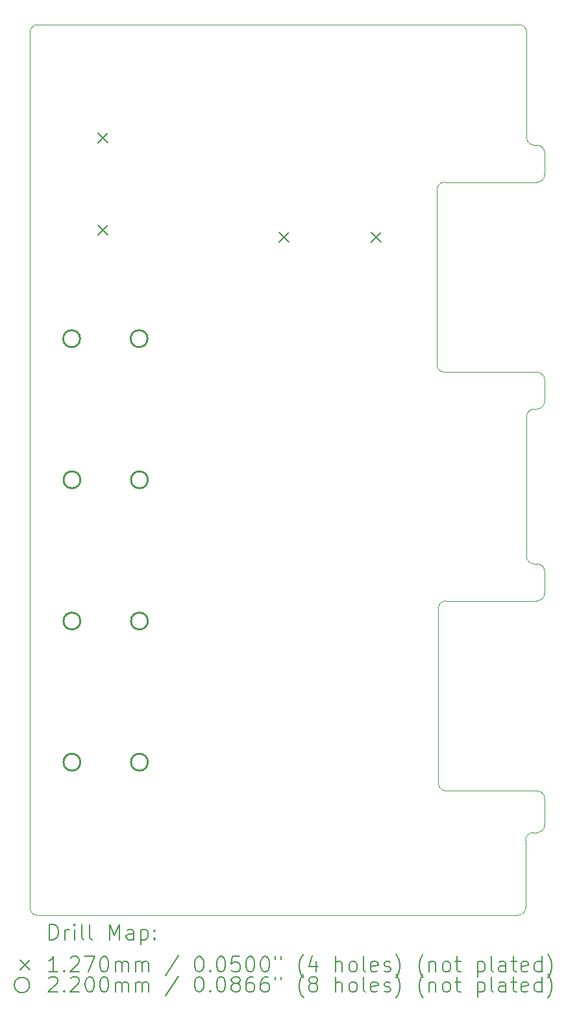
<source format=gbr>
%TF.GenerationSoftware,KiCad,Pcbnew,7.0.9*%
%TF.CreationDate,2023-12-28T16:55:38-08:00*%
%TF.ProjectId,breadboard audio breakout,62726561-6462-46f6-9172-642061756469,rev?*%
%TF.SameCoordinates,Original*%
%TF.FileFunction,Drillmap*%
%TF.FilePolarity,Positive*%
%FSLAX45Y45*%
G04 Gerber Fmt 4.5, Leading zero omitted, Abs format (unit mm)*
G04 Created by KiCad (PCBNEW 7.0.9) date 2023-12-28 16:55:38*
%MOMM*%
%LPD*%
G01*
G04 APERTURE LIST*
%ADD10C,0.100000*%
%ADD11C,0.200000*%
%ADD12C,0.127000*%
%ADD13C,0.220000*%
G04 APERTURE END LIST*
D10*
X12131040Y-6756400D02*
X13337540Y-6756400D01*
X13337540Y-14696440D02*
X12148820Y-14696440D01*
X13337540Y-12217400D02*
G75*
G03*
X13436600Y-12118340I0J99060D01*
G01*
X13337540Y-15240000D02*
G75*
G03*
X13436600Y-15140940I0J99060D01*
G01*
X13337540Y-9235440D02*
X12131040Y-9235440D01*
X6723380Y-4802066D02*
X6723380Y-4810760D01*
X13286740Y-15240000D02*
X13337540Y-15240000D01*
X13337540Y-6273800D02*
X13301980Y-6273800D01*
X12148820Y-12217400D02*
G75*
G03*
X12049760Y-12316460I0J-99060D01*
G01*
X6822440Y-16319500D02*
X13088620Y-16319500D01*
X13299440Y-9715500D02*
G75*
G03*
X13200380Y-9814560I0J-99060D01*
G01*
X13337540Y-6756400D02*
G75*
G03*
X13436600Y-6657340I0J99060D01*
G01*
X13436600Y-9334500D02*
G75*
G03*
X13337540Y-9235440I-99060J0D01*
G01*
X13187680Y-16220440D02*
X13187680Y-15339060D01*
X13337540Y-9715500D02*
G75*
G03*
X13436600Y-9616440I0J99060D01*
G01*
X12049760Y-14597380D02*
X12049760Y-12316460D01*
X12031980Y-9136380D02*
X12031980Y-6855460D01*
X13436600Y-15140940D02*
X13436600Y-14795500D01*
X13202920Y-6174740D02*
X13202920Y-4810760D01*
X13299440Y-9715500D02*
X13337540Y-9715500D01*
X13337540Y-11734800D02*
X13299440Y-11734800D01*
X13436600Y-9616440D02*
X13436600Y-9334500D01*
X13286740Y-15240000D02*
G75*
G03*
X13187680Y-15339060I0J-99060D01*
G01*
X13436600Y-6657340D02*
X13436600Y-6372860D01*
X6723380Y-16220440D02*
G75*
G03*
X6822440Y-16319500I99060J0D01*
G01*
X6723380Y-4810760D02*
X6723380Y-16220440D01*
X13202924Y-4802066D02*
G75*
G03*
X13103860Y-4703006I-99064J-4D01*
G01*
X12031980Y-9136380D02*
G75*
G03*
X12131040Y-9235440I99060J0D01*
G01*
X12148820Y-12217400D02*
X13337540Y-12217400D01*
X13200380Y-11635740D02*
X13200380Y-9814560D01*
X6822440Y-4703010D02*
G75*
G03*
X6723380Y-4802066I0J-99060D01*
G01*
X12049760Y-14597380D02*
G75*
G03*
X12148820Y-14696440I99060J0D01*
G01*
X13436600Y-6372860D02*
G75*
G03*
X13337540Y-6273800I-99060J0D01*
G01*
X13202920Y-4802066D02*
X13202920Y-4810760D01*
X13103860Y-4703006D02*
X6822440Y-4703006D01*
X12131040Y-6756400D02*
G75*
G03*
X12031980Y-6855460I0J-99060D01*
G01*
X13200380Y-11635740D02*
G75*
G03*
X13299440Y-11734800I99060J0D01*
G01*
X13436600Y-11833860D02*
G75*
G03*
X13337540Y-11734800I-99060J0D01*
G01*
X13436600Y-14795500D02*
G75*
G03*
X13337540Y-14696440I-99060J0D01*
G01*
X13202920Y-6174740D02*
G75*
G03*
X13301980Y-6273800I99060J0D01*
G01*
X13436600Y-12118340D02*
X13436600Y-11833860D01*
X13088620Y-16319500D02*
G75*
G03*
X13187680Y-16220440I0J99060D01*
G01*
D11*
D12*
X7609000Y-6120050D02*
X7736000Y-6247050D01*
X7736000Y-6120050D02*
X7609000Y-6247050D01*
X7609000Y-7320048D02*
X7736000Y-7447048D01*
X7736000Y-7320048D02*
X7609000Y-7447048D01*
X9971202Y-7409600D02*
X10098202Y-7536600D01*
X10098202Y-7409600D02*
X9971202Y-7536600D01*
X11171200Y-7409600D02*
X11298200Y-7536600D01*
X11298200Y-7409600D02*
X11171200Y-7536600D01*
D13*
X7376880Y-8797692D02*
G75*
G03*
X7376880Y-8797692I-110000J0D01*
G01*
X7380880Y-12480692D02*
G75*
G03*
X7380880Y-12480692I-110000J0D01*
G01*
X7380880Y-14322192D02*
G75*
G03*
X7380880Y-14322192I-110000J0D01*
G01*
X7381380Y-10639192D02*
G75*
G03*
X7381380Y-10639192I-110000J0D01*
G01*
X8256880Y-8797692D02*
G75*
G03*
X8256880Y-8797692I-110000J0D01*
G01*
X8260880Y-12480692D02*
G75*
G03*
X8260880Y-12480692I-110000J0D01*
G01*
X8260880Y-14322192D02*
G75*
G03*
X8260880Y-14322192I-110000J0D01*
G01*
X8261380Y-10639192D02*
G75*
G03*
X8261380Y-10639192I-110000J0D01*
G01*
D11*
X6979157Y-16635984D02*
X6979157Y-16435984D01*
X6979157Y-16435984D02*
X7026776Y-16435984D01*
X7026776Y-16435984D02*
X7055347Y-16445508D01*
X7055347Y-16445508D02*
X7074395Y-16464555D01*
X7074395Y-16464555D02*
X7083919Y-16483603D01*
X7083919Y-16483603D02*
X7093442Y-16521698D01*
X7093442Y-16521698D02*
X7093442Y-16550269D01*
X7093442Y-16550269D02*
X7083919Y-16588365D01*
X7083919Y-16588365D02*
X7074395Y-16607412D01*
X7074395Y-16607412D02*
X7055347Y-16626460D01*
X7055347Y-16626460D02*
X7026776Y-16635984D01*
X7026776Y-16635984D02*
X6979157Y-16635984D01*
X7179157Y-16635984D02*
X7179157Y-16502650D01*
X7179157Y-16540746D02*
X7188681Y-16521698D01*
X7188681Y-16521698D02*
X7198204Y-16512174D01*
X7198204Y-16512174D02*
X7217252Y-16502650D01*
X7217252Y-16502650D02*
X7236300Y-16502650D01*
X7302966Y-16635984D02*
X7302966Y-16502650D01*
X7302966Y-16435984D02*
X7293442Y-16445508D01*
X7293442Y-16445508D02*
X7302966Y-16455031D01*
X7302966Y-16455031D02*
X7312490Y-16445508D01*
X7312490Y-16445508D02*
X7302966Y-16435984D01*
X7302966Y-16435984D02*
X7302966Y-16455031D01*
X7426776Y-16635984D02*
X7407728Y-16626460D01*
X7407728Y-16626460D02*
X7398204Y-16607412D01*
X7398204Y-16607412D02*
X7398204Y-16435984D01*
X7531538Y-16635984D02*
X7512490Y-16626460D01*
X7512490Y-16626460D02*
X7502966Y-16607412D01*
X7502966Y-16607412D02*
X7502966Y-16435984D01*
X7760109Y-16635984D02*
X7760109Y-16435984D01*
X7760109Y-16435984D02*
X7826776Y-16578841D01*
X7826776Y-16578841D02*
X7893442Y-16435984D01*
X7893442Y-16435984D02*
X7893442Y-16635984D01*
X8074395Y-16635984D02*
X8074395Y-16531222D01*
X8074395Y-16531222D02*
X8064871Y-16512174D01*
X8064871Y-16512174D02*
X8045823Y-16502650D01*
X8045823Y-16502650D02*
X8007728Y-16502650D01*
X8007728Y-16502650D02*
X7988681Y-16512174D01*
X8074395Y-16626460D02*
X8055347Y-16635984D01*
X8055347Y-16635984D02*
X8007728Y-16635984D01*
X8007728Y-16635984D02*
X7988681Y-16626460D01*
X7988681Y-16626460D02*
X7979157Y-16607412D01*
X7979157Y-16607412D02*
X7979157Y-16588365D01*
X7979157Y-16588365D02*
X7988681Y-16569317D01*
X7988681Y-16569317D02*
X8007728Y-16559793D01*
X8007728Y-16559793D02*
X8055347Y-16559793D01*
X8055347Y-16559793D02*
X8074395Y-16550269D01*
X8169633Y-16502650D02*
X8169633Y-16702650D01*
X8169633Y-16512174D02*
X8188681Y-16502650D01*
X8188681Y-16502650D02*
X8226776Y-16502650D01*
X8226776Y-16502650D02*
X8245823Y-16512174D01*
X8245823Y-16512174D02*
X8255347Y-16521698D01*
X8255347Y-16521698D02*
X8264871Y-16540746D01*
X8264871Y-16540746D02*
X8264871Y-16597888D01*
X8264871Y-16597888D02*
X8255347Y-16616936D01*
X8255347Y-16616936D02*
X8245823Y-16626460D01*
X8245823Y-16626460D02*
X8226776Y-16635984D01*
X8226776Y-16635984D02*
X8188681Y-16635984D01*
X8188681Y-16635984D02*
X8169633Y-16626460D01*
X8350585Y-16616936D02*
X8360109Y-16626460D01*
X8360109Y-16626460D02*
X8350585Y-16635984D01*
X8350585Y-16635984D02*
X8341062Y-16626460D01*
X8341062Y-16626460D02*
X8350585Y-16616936D01*
X8350585Y-16616936D02*
X8350585Y-16635984D01*
X8350585Y-16512174D02*
X8360109Y-16521698D01*
X8360109Y-16521698D02*
X8350585Y-16531222D01*
X8350585Y-16531222D02*
X8341062Y-16521698D01*
X8341062Y-16521698D02*
X8350585Y-16512174D01*
X8350585Y-16512174D02*
X8350585Y-16531222D01*
D12*
X6591380Y-16901000D02*
X6718380Y-17028000D01*
X6718380Y-16901000D02*
X6591380Y-17028000D01*
D11*
X7083919Y-17055984D02*
X6969633Y-17055984D01*
X7026776Y-17055984D02*
X7026776Y-16855984D01*
X7026776Y-16855984D02*
X7007728Y-16884555D01*
X7007728Y-16884555D02*
X6988681Y-16903603D01*
X6988681Y-16903603D02*
X6969633Y-16913127D01*
X7169633Y-17036936D02*
X7179157Y-17046460D01*
X7179157Y-17046460D02*
X7169633Y-17055984D01*
X7169633Y-17055984D02*
X7160109Y-17046460D01*
X7160109Y-17046460D02*
X7169633Y-17036936D01*
X7169633Y-17036936D02*
X7169633Y-17055984D01*
X7255347Y-16875031D02*
X7264871Y-16865508D01*
X7264871Y-16865508D02*
X7283919Y-16855984D01*
X7283919Y-16855984D02*
X7331538Y-16855984D01*
X7331538Y-16855984D02*
X7350585Y-16865508D01*
X7350585Y-16865508D02*
X7360109Y-16875031D01*
X7360109Y-16875031D02*
X7369633Y-16894079D01*
X7369633Y-16894079D02*
X7369633Y-16913127D01*
X7369633Y-16913127D02*
X7360109Y-16941698D01*
X7360109Y-16941698D02*
X7245823Y-17055984D01*
X7245823Y-17055984D02*
X7369633Y-17055984D01*
X7436300Y-16855984D02*
X7569633Y-16855984D01*
X7569633Y-16855984D02*
X7483919Y-17055984D01*
X7683919Y-16855984D02*
X7702966Y-16855984D01*
X7702966Y-16855984D02*
X7722014Y-16865508D01*
X7722014Y-16865508D02*
X7731538Y-16875031D01*
X7731538Y-16875031D02*
X7741062Y-16894079D01*
X7741062Y-16894079D02*
X7750585Y-16932174D01*
X7750585Y-16932174D02*
X7750585Y-16979793D01*
X7750585Y-16979793D02*
X7741062Y-17017889D01*
X7741062Y-17017889D02*
X7731538Y-17036936D01*
X7731538Y-17036936D02*
X7722014Y-17046460D01*
X7722014Y-17046460D02*
X7702966Y-17055984D01*
X7702966Y-17055984D02*
X7683919Y-17055984D01*
X7683919Y-17055984D02*
X7664871Y-17046460D01*
X7664871Y-17046460D02*
X7655347Y-17036936D01*
X7655347Y-17036936D02*
X7645823Y-17017889D01*
X7645823Y-17017889D02*
X7636300Y-16979793D01*
X7636300Y-16979793D02*
X7636300Y-16932174D01*
X7636300Y-16932174D02*
X7645823Y-16894079D01*
X7645823Y-16894079D02*
X7655347Y-16875031D01*
X7655347Y-16875031D02*
X7664871Y-16865508D01*
X7664871Y-16865508D02*
X7683919Y-16855984D01*
X7836300Y-17055984D02*
X7836300Y-16922650D01*
X7836300Y-16941698D02*
X7845823Y-16932174D01*
X7845823Y-16932174D02*
X7864871Y-16922650D01*
X7864871Y-16922650D02*
X7893443Y-16922650D01*
X7893443Y-16922650D02*
X7912490Y-16932174D01*
X7912490Y-16932174D02*
X7922014Y-16951222D01*
X7922014Y-16951222D02*
X7922014Y-17055984D01*
X7922014Y-16951222D02*
X7931538Y-16932174D01*
X7931538Y-16932174D02*
X7950585Y-16922650D01*
X7950585Y-16922650D02*
X7979157Y-16922650D01*
X7979157Y-16922650D02*
X7998204Y-16932174D01*
X7998204Y-16932174D02*
X8007728Y-16951222D01*
X8007728Y-16951222D02*
X8007728Y-17055984D01*
X8102966Y-17055984D02*
X8102966Y-16922650D01*
X8102966Y-16941698D02*
X8112490Y-16932174D01*
X8112490Y-16932174D02*
X8131538Y-16922650D01*
X8131538Y-16922650D02*
X8160109Y-16922650D01*
X8160109Y-16922650D02*
X8179157Y-16932174D01*
X8179157Y-16932174D02*
X8188681Y-16951222D01*
X8188681Y-16951222D02*
X8188681Y-17055984D01*
X8188681Y-16951222D02*
X8198204Y-16932174D01*
X8198204Y-16932174D02*
X8217252Y-16922650D01*
X8217252Y-16922650D02*
X8245823Y-16922650D01*
X8245823Y-16922650D02*
X8264871Y-16932174D01*
X8264871Y-16932174D02*
X8274395Y-16951222D01*
X8274395Y-16951222D02*
X8274395Y-17055984D01*
X8664871Y-16846460D02*
X8493443Y-17103603D01*
X8922014Y-16855984D02*
X8941062Y-16855984D01*
X8941062Y-16855984D02*
X8960109Y-16865508D01*
X8960109Y-16865508D02*
X8969633Y-16875031D01*
X8969633Y-16875031D02*
X8979157Y-16894079D01*
X8979157Y-16894079D02*
X8988681Y-16932174D01*
X8988681Y-16932174D02*
X8988681Y-16979793D01*
X8988681Y-16979793D02*
X8979157Y-17017889D01*
X8979157Y-17017889D02*
X8969633Y-17036936D01*
X8969633Y-17036936D02*
X8960109Y-17046460D01*
X8960109Y-17046460D02*
X8941062Y-17055984D01*
X8941062Y-17055984D02*
X8922014Y-17055984D01*
X8922014Y-17055984D02*
X8902967Y-17046460D01*
X8902967Y-17046460D02*
X8893443Y-17036936D01*
X8893443Y-17036936D02*
X8883919Y-17017889D01*
X8883919Y-17017889D02*
X8874395Y-16979793D01*
X8874395Y-16979793D02*
X8874395Y-16932174D01*
X8874395Y-16932174D02*
X8883919Y-16894079D01*
X8883919Y-16894079D02*
X8893443Y-16875031D01*
X8893443Y-16875031D02*
X8902967Y-16865508D01*
X8902967Y-16865508D02*
X8922014Y-16855984D01*
X9074395Y-17036936D02*
X9083919Y-17046460D01*
X9083919Y-17046460D02*
X9074395Y-17055984D01*
X9074395Y-17055984D02*
X9064871Y-17046460D01*
X9064871Y-17046460D02*
X9074395Y-17036936D01*
X9074395Y-17036936D02*
X9074395Y-17055984D01*
X9207728Y-16855984D02*
X9226776Y-16855984D01*
X9226776Y-16855984D02*
X9245824Y-16865508D01*
X9245824Y-16865508D02*
X9255348Y-16875031D01*
X9255348Y-16875031D02*
X9264871Y-16894079D01*
X9264871Y-16894079D02*
X9274395Y-16932174D01*
X9274395Y-16932174D02*
X9274395Y-16979793D01*
X9274395Y-16979793D02*
X9264871Y-17017889D01*
X9264871Y-17017889D02*
X9255348Y-17036936D01*
X9255348Y-17036936D02*
X9245824Y-17046460D01*
X9245824Y-17046460D02*
X9226776Y-17055984D01*
X9226776Y-17055984D02*
X9207728Y-17055984D01*
X9207728Y-17055984D02*
X9188681Y-17046460D01*
X9188681Y-17046460D02*
X9179157Y-17036936D01*
X9179157Y-17036936D02*
X9169633Y-17017889D01*
X9169633Y-17017889D02*
X9160109Y-16979793D01*
X9160109Y-16979793D02*
X9160109Y-16932174D01*
X9160109Y-16932174D02*
X9169633Y-16894079D01*
X9169633Y-16894079D02*
X9179157Y-16875031D01*
X9179157Y-16875031D02*
X9188681Y-16865508D01*
X9188681Y-16865508D02*
X9207728Y-16855984D01*
X9455348Y-16855984D02*
X9360109Y-16855984D01*
X9360109Y-16855984D02*
X9350586Y-16951222D01*
X9350586Y-16951222D02*
X9360109Y-16941698D01*
X9360109Y-16941698D02*
X9379157Y-16932174D01*
X9379157Y-16932174D02*
X9426776Y-16932174D01*
X9426776Y-16932174D02*
X9445824Y-16941698D01*
X9445824Y-16941698D02*
X9455348Y-16951222D01*
X9455348Y-16951222D02*
X9464871Y-16970270D01*
X9464871Y-16970270D02*
X9464871Y-17017889D01*
X9464871Y-17017889D02*
X9455348Y-17036936D01*
X9455348Y-17036936D02*
X9445824Y-17046460D01*
X9445824Y-17046460D02*
X9426776Y-17055984D01*
X9426776Y-17055984D02*
X9379157Y-17055984D01*
X9379157Y-17055984D02*
X9360109Y-17046460D01*
X9360109Y-17046460D02*
X9350586Y-17036936D01*
X9588681Y-16855984D02*
X9607729Y-16855984D01*
X9607729Y-16855984D02*
X9626776Y-16865508D01*
X9626776Y-16865508D02*
X9636300Y-16875031D01*
X9636300Y-16875031D02*
X9645824Y-16894079D01*
X9645824Y-16894079D02*
X9655348Y-16932174D01*
X9655348Y-16932174D02*
X9655348Y-16979793D01*
X9655348Y-16979793D02*
X9645824Y-17017889D01*
X9645824Y-17017889D02*
X9636300Y-17036936D01*
X9636300Y-17036936D02*
X9626776Y-17046460D01*
X9626776Y-17046460D02*
X9607729Y-17055984D01*
X9607729Y-17055984D02*
X9588681Y-17055984D01*
X9588681Y-17055984D02*
X9569633Y-17046460D01*
X9569633Y-17046460D02*
X9560109Y-17036936D01*
X9560109Y-17036936D02*
X9550586Y-17017889D01*
X9550586Y-17017889D02*
X9541062Y-16979793D01*
X9541062Y-16979793D02*
X9541062Y-16932174D01*
X9541062Y-16932174D02*
X9550586Y-16894079D01*
X9550586Y-16894079D02*
X9560109Y-16875031D01*
X9560109Y-16875031D02*
X9569633Y-16865508D01*
X9569633Y-16865508D02*
X9588681Y-16855984D01*
X9779157Y-16855984D02*
X9798205Y-16855984D01*
X9798205Y-16855984D02*
X9817252Y-16865508D01*
X9817252Y-16865508D02*
X9826776Y-16875031D01*
X9826776Y-16875031D02*
X9836300Y-16894079D01*
X9836300Y-16894079D02*
X9845824Y-16932174D01*
X9845824Y-16932174D02*
X9845824Y-16979793D01*
X9845824Y-16979793D02*
X9836300Y-17017889D01*
X9836300Y-17017889D02*
X9826776Y-17036936D01*
X9826776Y-17036936D02*
X9817252Y-17046460D01*
X9817252Y-17046460D02*
X9798205Y-17055984D01*
X9798205Y-17055984D02*
X9779157Y-17055984D01*
X9779157Y-17055984D02*
X9760109Y-17046460D01*
X9760109Y-17046460D02*
X9750586Y-17036936D01*
X9750586Y-17036936D02*
X9741062Y-17017889D01*
X9741062Y-17017889D02*
X9731538Y-16979793D01*
X9731538Y-16979793D02*
X9731538Y-16932174D01*
X9731538Y-16932174D02*
X9741062Y-16894079D01*
X9741062Y-16894079D02*
X9750586Y-16875031D01*
X9750586Y-16875031D02*
X9760109Y-16865508D01*
X9760109Y-16865508D02*
X9779157Y-16855984D01*
X9922014Y-16855984D02*
X9922014Y-16894079D01*
X9998205Y-16855984D02*
X9998205Y-16894079D01*
X10293443Y-17132174D02*
X10283919Y-17122650D01*
X10283919Y-17122650D02*
X10264871Y-17094079D01*
X10264871Y-17094079D02*
X10255348Y-17075031D01*
X10255348Y-17075031D02*
X10245824Y-17046460D01*
X10245824Y-17046460D02*
X10236300Y-16998841D01*
X10236300Y-16998841D02*
X10236300Y-16960746D01*
X10236300Y-16960746D02*
X10245824Y-16913127D01*
X10245824Y-16913127D02*
X10255348Y-16884555D01*
X10255348Y-16884555D02*
X10264871Y-16865508D01*
X10264871Y-16865508D02*
X10283919Y-16836936D01*
X10283919Y-16836936D02*
X10293443Y-16827412D01*
X10455348Y-16922650D02*
X10455348Y-17055984D01*
X10407729Y-16846460D02*
X10360110Y-16989317D01*
X10360110Y-16989317D02*
X10483919Y-16989317D01*
X10712491Y-17055984D02*
X10712491Y-16855984D01*
X10798205Y-17055984D02*
X10798205Y-16951222D01*
X10798205Y-16951222D02*
X10788681Y-16932174D01*
X10788681Y-16932174D02*
X10769633Y-16922650D01*
X10769633Y-16922650D02*
X10741062Y-16922650D01*
X10741062Y-16922650D02*
X10722014Y-16932174D01*
X10722014Y-16932174D02*
X10712491Y-16941698D01*
X10922014Y-17055984D02*
X10902967Y-17046460D01*
X10902967Y-17046460D02*
X10893443Y-17036936D01*
X10893443Y-17036936D02*
X10883919Y-17017889D01*
X10883919Y-17017889D02*
X10883919Y-16960746D01*
X10883919Y-16960746D02*
X10893443Y-16941698D01*
X10893443Y-16941698D02*
X10902967Y-16932174D01*
X10902967Y-16932174D02*
X10922014Y-16922650D01*
X10922014Y-16922650D02*
X10950586Y-16922650D01*
X10950586Y-16922650D02*
X10969633Y-16932174D01*
X10969633Y-16932174D02*
X10979157Y-16941698D01*
X10979157Y-16941698D02*
X10988681Y-16960746D01*
X10988681Y-16960746D02*
X10988681Y-17017889D01*
X10988681Y-17017889D02*
X10979157Y-17036936D01*
X10979157Y-17036936D02*
X10969633Y-17046460D01*
X10969633Y-17046460D02*
X10950586Y-17055984D01*
X10950586Y-17055984D02*
X10922014Y-17055984D01*
X11102967Y-17055984D02*
X11083919Y-17046460D01*
X11083919Y-17046460D02*
X11074395Y-17027412D01*
X11074395Y-17027412D02*
X11074395Y-16855984D01*
X11255348Y-17046460D02*
X11236300Y-17055984D01*
X11236300Y-17055984D02*
X11198205Y-17055984D01*
X11198205Y-17055984D02*
X11179157Y-17046460D01*
X11179157Y-17046460D02*
X11169633Y-17027412D01*
X11169633Y-17027412D02*
X11169633Y-16951222D01*
X11169633Y-16951222D02*
X11179157Y-16932174D01*
X11179157Y-16932174D02*
X11198205Y-16922650D01*
X11198205Y-16922650D02*
X11236300Y-16922650D01*
X11236300Y-16922650D02*
X11255348Y-16932174D01*
X11255348Y-16932174D02*
X11264871Y-16951222D01*
X11264871Y-16951222D02*
X11264871Y-16970270D01*
X11264871Y-16970270D02*
X11169633Y-16989317D01*
X11341062Y-17046460D02*
X11360110Y-17055984D01*
X11360110Y-17055984D02*
X11398205Y-17055984D01*
X11398205Y-17055984D02*
X11417252Y-17046460D01*
X11417252Y-17046460D02*
X11426776Y-17027412D01*
X11426776Y-17027412D02*
X11426776Y-17017889D01*
X11426776Y-17017889D02*
X11417252Y-16998841D01*
X11417252Y-16998841D02*
X11398205Y-16989317D01*
X11398205Y-16989317D02*
X11369633Y-16989317D01*
X11369633Y-16989317D02*
X11350586Y-16979793D01*
X11350586Y-16979793D02*
X11341062Y-16960746D01*
X11341062Y-16960746D02*
X11341062Y-16951222D01*
X11341062Y-16951222D02*
X11350586Y-16932174D01*
X11350586Y-16932174D02*
X11369633Y-16922650D01*
X11369633Y-16922650D02*
X11398205Y-16922650D01*
X11398205Y-16922650D02*
X11417252Y-16932174D01*
X11493443Y-17132174D02*
X11502967Y-17122650D01*
X11502967Y-17122650D02*
X11522014Y-17094079D01*
X11522014Y-17094079D02*
X11531538Y-17075031D01*
X11531538Y-17075031D02*
X11541062Y-17046460D01*
X11541062Y-17046460D02*
X11550586Y-16998841D01*
X11550586Y-16998841D02*
X11550586Y-16960746D01*
X11550586Y-16960746D02*
X11541062Y-16913127D01*
X11541062Y-16913127D02*
X11531538Y-16884555D01*
X11531538Y-16884555D02*
X11522014Y-16865508D01*
X11522014Y-16865508D02*
X11502967Y-16836936D01*
X11502967Y-16836936D02*
X11493443Y-16827412D01*
X11855348Y-17132174D02*
X11845824Y-17122650D01*
X11845824Y-17122650D02*
X11826776Y-17094079D01*
X11826776Y-17094079D02*
X11817252Y-17075031D01*
X11817252Y-17075031D02*
X11807729Y-17046460D01*
X11807729Y-17046460D02*
X11798205Y-16998841D01*
X11798205Y-16998841D02*
X11798205Y-16960746D01*
X11798205Y-16960746D02*
X11807729Y-16913127D01*
X11807729Y-16913127D02*
X11817252Y-16884555D01*
X11817252Y-16884555D02*
X11826776Y-16865508D01*
X11826776Y-16865508D02*
X11845824Y-16836936D01*
X11845824Y-16836936D02*
X11855348Y-16827412D01*
X11931538Y-16922650D02*
X11931538Y-17055984D01*
X11931538Y-16941698D02*
X11941062Y-16932174D01*
X11941062Y-16932174D02*
X11960110Y-16922650D01*
X11960110Y-16922650D02*
X11988681Y-16922650D01*
X11988681Y-16922650D02*
X12007729Y-16932174D01*
X12007729Y-16932174D02*
X12017252Y-16951222D01*
X12017252Y-16951222D02*
X12017252Y-17055984D01*
X12141062Y-17055984D02*
X12122014Y-17046460D01*
X12122014Y-17046460D02*
X12112491Y-17036936D01*
X12112491Y-17036936D02*
X12102967Y-17017889D01*
X12102967Y-17017889D02*
X12102967Y-16960746D01*
X12102967Y-16960746D02*
X12112491Y-16941698D01*
X12112491Y-16941698D02*
X12122014Y-16932174D01*
X12122014Y-16932174D02*
X12141062Y-16922650D01*
X12141062Y-16922650D02*
X12169633Y-16922650D01*
X12169633Y-16922650D02*
X12188681Y-16932174D01*
X12188681Y-16932174D02*
X12198205Y-16941698D01*
X12198205Y-16941698D02*
X12207729Y-16960746D01*
X12207729Y-16960746D02*
X12207729Y-17017889D01*
X12207729Y-17017889D02*
X12198205Y-17036936D01*
X12198205Y-17036936D02*
X12188681Y-17046460D01*
X12188681Y-17046460D02*
X12169633Y-17055984D01*
X12169633Y-17055984D02*
X12141062Y-17055984D01*
X12264872Y-16922650D02*
X12341062Y-16922650D01*
X12293443Y-16855984D02*
X12293443Y-17027412D01*
X12293443Y-17027412D02*
X12302967Y-17046460D01*
X12302967Y-17046460D02*
X12322014Y-17055984D01*
X12322014Y-17055984D02*
X12341062Y-17055984D01*
X12560110Y-16922650D02*
X12560110Y-17122650D01*
X12560110Y-16932174D02*
X12579157Y-16922650D01*
X12579157Y-16922650D02*
X12617253Y-16922650D01*
X12617253Y-16922650D02*
X12636300Y-16932174D01*
X12636300Y-16932174D02*
X12645824Y-16941698D01*
X12645824Y-16941698D02*
X12655348Y-16960746D01*
X12655348Y-16960746D02*
X12655348Y-17017889D01*
X12655348Y-17017889D02*
X12645824Y-17036936D01*
X12645824Y-17036936D02*
X12636300Y-17046460D01*
X12636300Y-17046460D02*
X12617253Y-17055984D01*
X12617253Y-17055984D02*
X12579157Y-17055984D01*
X12579157Y-17055984D02*
X12560110Y-17046460D01*
X12769633Y-17055984D02*
X12750586Y-17046460D01*
X12750586Y-17046460D02*
X12741062Y-17027412D01*
X12741062Y-17027412D02*
X12741062Y-16855984D01*
X12931538Y-17055984D02*
X12931538Y-16951222D01*
X12931538Y-16951222D02*
X12922014Y-16932174D01*
X12922014Y-16932174D02*
X12902967Y-16922650D01*
X12902967Y-16922650D02*
X12864872Y-16922650D01*
X12864872Y-16922650D02*
X12845824Y-16932174D01*
X12931538Y-17046460D02*
X12912491Y-17055984D01*
X12912491Y-17055984D02*
X12864872Y-17055984D01*
X12864872Y-17055984D02*
X12845824Y-17046460D01*
X12845824Y-17046460D02*
X12836300Y-17027412D01*
X12836300Y-17027412D02*
X12836300Y-17008365D01*
X12836300Y-17008365D02*
X12845824Y-16989317D01*
X12845824Y-16989317D02*
X12864872Y-16979793D01*
X12864872Y-16979793D02*
X12912491Y-16979793D01*
X12912491Y-16979793D02*
X12931538Y-16970270D01*
X12998205Y-16922650D02*
X13074395Y-16922650D01*
X13026776Y-16855984D02*
X13026776Y-17027412D01*
X13026776Y-17027412D02*
X13036300Y-17046460D01*
X13036300Y-17046460D02*
X13055348Y-17055984D01*
X13055348Y-17055984D02*
X13074395Y-17055984D01*
X13217253Y-17046460D02*
X13198205Y-17055984D01*
X13198205Y-17055984D02*
X13160110Y-17055984D01*
X13160110Y-17055984D02*
X13141062Y-17046460D01*
X13141062Y-17046460D02*
X13131538Y-17027412D01*
X13131538Y-17027412D02*
X13131538Y-16951222D01*
X13131538Y-16951222D02*
X13141062Y-16932174D01*
X13141062Y-16932174D02*
X13160110Y-16922650D01*
X13160110Y-16922650D02*
X13198205Y-16922650D01*
X13198205Y-16922650D02*
X13217253Y-16932174D01*
X13217253Y-16932174D02*
X13226776Y-16951222D01*
X13226776Y-16951222D02*
X13226776Y-16970270D01*
X13226776Y-16970270D02*
X13131538Y-16989317D01*
X13398205Y-17055984D02*
X13398205Y-16855984D01*
X13398205Y-17046460D02*
X13379157Y-17055984D01*
X13379157Y-17055984D02*
X13341062Y-17055984D01*
X13341062Y-17055984D02*
X13322014Y-17046460D01*
X13322014Y-17046460D02*
X13312491Y-17036936D01*
X13312491Y-17036936D02*
X13302967Y-17017889D01*
X13302967Y-17017889D02*
X13302967Y-16960746D01*
X13302967Y-16960746D02*
X13312491Y-16941698D01*
X13312491Y-16941698D02*
X13322014Y-16932174D01*
X13322014Y-16932174D02*
X13341062Y-16922650D01*
X13341062Y-16922650D02*
X13379157Y-16922650D01*
X13379157Y-16922650D02*
X13398205Y-16932174D01*
X13474395Y-17132174D02*
X13483919Y-17122650D01*
X13483919Y-17122650D02*
X13502967Y-17094079D01*
X13502967Y-17094079D02*
X13512491Y-17075031D01*
X13512491Y-17075031D02*
X13522014Y-17046460D01*
X13522014Y-17046460D02*
X13531538Y-16998841D01*
X13531538Y-16998841D02*
X13531538Y-16960746D01*
X13531538Y-16960746D02*
X13522014Y-16913127D01*
X13522014Y-16913127D02*
X13512491Y-16884555D01*
X13512491Y-16884555D02*
X13502967Y-16865508D01*
X13502967Y-16865508D02*
X13483919Y-16836936D01*
X13483919Y-16836936D02*
X13474395Y-16827412D01*
X6718380Y-17228500D02*
G75*
G03*
X6718380Y-17228500I-100000J0D01*
G01*
X6969633Y-17139031D02*
X6979157Y-17129508D01*
X6979157Y-17129508D02*
X6998204Y-17119984D01*
X6998204Y-17119984D02*
X7045823Y-17119984D01*
X7045823Y-17119984D02*
X7064871Y-17129508D01*
X7064871Y-17129508D02*
X7074395Y-17139031D01*
X7074395Y-17139031D02*
X7083919Y-17158079D01*
X7083919Y-17158079D02*
X7083919Y-17177127D01*
X7083919Y-17177127D02*
X7074395Y-17205698D01*
X7074395Y-17205698D02*
X6960109Y-17319984D01*
X6960109Y-17319984D02*
X7083919Y-17319984D01*
X7169633Y-17300936D02*
X7179157Y-17310460D01*
X7179157Y-17310460D02*
X7169633Y-17319984D01*
X7169633Y-17319984D02*
X7160109Y-17310460D01*
X7160109Y-17310460D02*
X7169633Y-17300936D01*
X7169633Y-17300936D02*
X7169633Y-17319984D01*
X7255347Y-17139031D02*
X7264871Y-17129508D01*
X7264871Y-17129508D02*
X7283919Y-17119984D01*
X7283919Y-17119984D02*
X7331538Y-17119984D01*
X7331538Y-17119984D02*
X7350585Y-17129508D01*
X7350585Y-17129508D02*
X7360109Y-17139031D01*
X7360109Y-17139031D02*
X7369633Y-17158079D01*
X7369633Y-17158079D02*
X7369633Y-17177127D01*
X7369633Y-17177127D02*
X7360109Y-17205698D01*
X7360109Y-17205698D02*
X7245823Y-17319984D01*
X7245823Y-17319984D02*
X7369633Y-17319984D01*
X7493442Y-17119984D02*
X7512490Y-17119984D01*
X7512490Y-17119984D02*
X7531538Y-17129508D01*
X7531538Y-17129508D02*
X7541062Y-17139031D01*
X7541062Y-17139031D02*
X7550585Y-17158079D01*
X7550585Y-17158079D02*
X7560109Y-17196174D01*
X7560109Y-17196174D02*
X7560109Y-17243793D01*
X7560109Y-17243793D02*
X7550585Y-17281889D01*
X7550585Y-17281889D02*
X7541062Y-17300936D01*
X7541062Y-17300936D02*
X7531538Y-17310460D01*
X7531538Y-17310460D02*
X7512490Y-17319984D01*
X7512490Y-17319984D02*
X7493442Y-17319984D01*
X7493442Y-17319984D02*
X7474395Y-17310460D01*
X7474395Y-17310460D02*
X7464871Y-17300936D01*
X7464871Y-17300936D02*
X7455347Y-17281889D01*
X7455347Y-17281889D02*
X7445823Y-17243793D01*
X7445823Y-17243793D02*
X7445823Y-17196174D01*
X7445823Y-17196174D02*
X7455347Y-17158079D01*
X7455347Y-17158079D02*
X7464871Y-17139031D01*
X7464871Y-17139031D02*
X7474395Y-17129508D01*
X7474395Y-17129508D02*
X7493442Y-17119984D01*
X7683919Y-17119984D02*
X7702966Y-17119984D01*
X7702966Y-17119984D02*
X7722014Y-17129508D01*
X7722014Y-17129508D02*
X7731538Y-17139031D01*
X7731538Y-17139031D02*
X7741062Y-17158079D01*
X7741062Y-17158079D02*
X7750585Y-17196174D01*
X7750585Y-17196174D02*
X7750585Y-17243793D01*
X7750585Y-17243793D02*
X7741062Y-17281889D01*
X7741062Y-17281889D02*
X7731538Y-17300936D01*
X7731538Y-17300936D02*
X7722014Y-17310460D01*
X7722014Y-17310460D02*
X7702966Y-17319984D01*
X7702966Y-17319984D02*
X7683919Y-17319984D01*
X7683919Y-17319984D02*
X7664871Y-17310460D01*
X7664871Y-17310460D02*
X7655347Y-17300936D01*
X7655347Y-17300936D02*
X7645823Y-17281889D01*
X7645823Y-17281889D02*
X7636300Y-17243793D01*
X7636300Y-17243793D02*
X7636300Y-17196174D01*
X7636300Y-17196174D02*
X7645823Y-17158079D01*
X7645823Y-17158079D02*
X7655347Y-17139031D01*
X7655347Y-17139031D02*
X7664871Y-17129508D01*
X7664871Y-17129508D02*
X7683919Y-17119984D01*
X7836300Y-17319984D02*
X7836300Y-17186650D01*
X7836300Y-17205698D02*
X7845823Y-17196174D01*
X7845823Y-17196174D02*
X7864871Y-17186650D01*
X7864871Y-17186650D02*
X7893443Y-17186650D01*
X7893443Y-17186650D02*
X7912490Y-17196174D01*
X7912490Y-17196174D02*
X7922014Y-17215222D01*
X7922014Y-17215222D02*
X7922014Y-17319984D01*
X7922014Y-17215222D02*
X7931538Y-17196174D01*
X7931538Y-17196174D02*
X7950585Y-17186650D01*
X7950585Y-17186650D02*
X7979157Y-17186650D01*
X7979157Y-17186650D02*
X7998204Y-17196174D01*
X7998204Y-17196174D02*
X8007728Y-17215222D01*
X8007728Y-17215222D02*
X8007728Y-17319984D01*
X8102966Y-17319984D02*
X8102966Y-17186650D01*
X8102966Y-17205698D02*
X8112490Y-17196174D01*
X8112490Y-17196174D02*
X8131538Y-17186650D01*
X8131538Y-17186650D02*
X8160109Y-17186650D01*
X8160109Y-17186650D02*
X8179157Y-17196174D01*
X8179157Y-17196174D02*
X8188681Y-17215222D01*
X8188681Y-17215222D02*
X8188681Y-17319984D01*
X8188681Y-17215222D02*
X8198204Y-17196174D01*
X8198204Y-17196174D02*
X8217252Y-17186650D01*
X8217252Y-17186650D02*
X8245823Y-17186650D01*
X8245823Y-17186650D02*
X8264871Y-17196174D01*
X8264871Y-17196174D02*
X8274395Y-17215222D01*
X8274395Y-17215222D02*
X8274395Y-17319984D01*
X8664871Y-17110460D02*
X8493443Y-17367603D01*
X8922014Y-17119984D02*
X8941062Y-17119984D01*
X8941062Y-17119984D02*
X8960109Y-17129508D01*
X8960109Y-17129508D02*
X8969633Y-17139031D01*
X8969633Y-17139031D02*
X8979157Y-17158079D01*
X8979157Y-17158079D02*
X8988681Y-17196174D01*
X8988681Y-17196174D02*
X8988681Y-17243793D01*
X8988681Y-17243793D02*
X8979157Y-17281889D01*
X8979157Y-17281889D02*
X8969633Y-17300936D01*
X8969633Y-17300936D02*
X8960109Y-17310460D01*
X8960109Y-17310460D02*
X8941062Y-17319984D01*
X8941062Y-17319984D02*
X8922014Y-17319984D01*
X8922014Y-17319984D02*
X8902967Y-17310460D01*
X8902967Y-17310460D02*
X8893443Y-17300936D01*
X8893443Y-17300936D02*
X8883919Y-17281889D01*
X8883919Y-17281889D02*
X8874395Y-17243793D01*
X8874395Y-17243793D02*
X8874395Y-17196174D01*
X8874395Y-17196174D02*
X8883919Y-17158079D01*
X8883919Y-17158079D02*
X8893443Y-17139031D01*
X8893443Y-17139031D02*
X8902967Y-17129508D01*
X8902967Y-17129508D02*
X8922014Y-17119984D01*
X9074395Y-17300936D02*
X9083919Y-17310460D01*
X9083919Y-17310460D02*
X9074395Y-17319984D01*
X9074395Y-17319984D02*
X9064871Y-17310460D01*
X9064871Y-17310460D02*
X9074395Y-17300936D01*
X9074395Y-17300936D02*
X9074395Y-17319984D01*
X9207728Y-17119984D02*
X9226776Y-17119984D01*
X9226776Y-17119984D02*
X9245824Y-17129508D01*
X9245824Y-17129508D02*
X9255348Y-17139031D01*
X9255348Y-17139031D02*
X9264871Y-17158079D01*
X9264871Y-17158079D02*
X9274395Y-17196174D01*
X9274395Y-17196174D02*
X9274395Y-17243793D01*
X9274395Y-17243793D02*
X9264871Y-17281889D01*
X9264871Y-17281889D02*
X9255348Y-17300936D01*
X9255348Y-17300936D02*
X9245824Y-17310460D01*
X9245824Y-17310460D02*
X9226776Y-17319984D01*
X9226776Y-17319984D02*
X9207728Y-17319984D01*
X9207728Y-17319984D02*
X9188681Y-17310460D01*
X9188681Y-17310460D02*
X9179157Y-17300936D01*
X9179157Y-17300936D02*
X9169633Y-17281889D01*
X9169633Y-17281889D02*
X9160109Y-17243793D01*
X9160109Y-17243793D02*
X9160109Y-17196174D01*
X9160109Y-17196174D02*
X9169633Y-17158079D01*
X9169633Y-17158079D02*
X9179157Y-17139031D01*
X9179157Y-17139031D02*
X9188681Y-17129508D01*
X9188681Y-17129508D02*
X9207728Y-17119984D01*
X9388681Y-17205698D02*
X9369633Y-17196174D01*
X9369633Y-17196174D02*
X9360109Y-17186650D01*
X9360109Y-17186650D02*
X9350586Y-17167603D01*
X9350586Y-17167603D02*
X9350586Y-17158079D01*
X9350586Y-17158079D02*
X9360109Y-17139031D01*
X9360109Y-17139031D02*
X9369633Y-17129508D01*
X9369633Y-17129508D02*
X9388681Y-17119984D01*
X9388681Y-17119984D02*
X9426776Y-17119984D01*
X9426776Y-17119984D02*
X9445824Y-17129508D01*
X9445824Y-17129508D02*
X9455348Y-17139031D01*
X9455348Y-17139031D02*
X9464871Y-17158079D01*
X9464871Y-17158079D02*
X9464871Y-17167603D01*
X9464871Y-17167603D02*
X9455348Y-17186650D01*
X9455348Y-17186650D02*
X9445824Y-17196174D01*
X9445824Y-17196174D02*
X9426776Y-17205698D01*
X9426776Y-17205698D02*
X9388681Y-17205698D01*
X9388681Y-17205698D02*
X9369633Y-17215222D01*
X9369633Y-17215222D02*
X9360109Y-17224746D01*
X9360109Y-17224746D02*
X9350586Y-17243793D01*
X9350586Y-17243793D02*
X9350586Y-17281889D01*
X9350586Y-17281889D02*
X9360109Y-17300936D01*
X9360109Y-17300936D02*
X9369633Y-17310460D01*
X9369633Y-17310460D02*
X9388681Y-17319984D01*
X9388681Y-17319984D02*
X9426776Y-17319984D01*
X9426776Y-17319984D02*
X9445824Y-17310460D01*
X9445824Y-17310460D02*
X9455348Y-17300936D01*
X9455348Y-17300936D02*
X9464871Y-17281889D01*
X9464871Y-17281889D02*
X9464871Y-17243793D01*
X9464871Y-17243793D02*
X9455348Y-17224746D01*
X9455348Y-17224746D02*
X9445824Y-17215222D01*
X9445824Y-17215222D02*
X9426776Y-17205698D01*
X9636300Y-17119984D02*
X9598205Y-17119984D01*
X9598205Y-17119984D02*
X9579157Y-17129508D01*
X9579157Y-17129508D02*
X9569633Y-17139031D01*
X9569633Y-17139031D02*
X9550586Y-17167603D01*
X9550586Y-17167603D02*
X9541062Y-17205698D01*
X9541062Y-17205698D02*
X9541062Y-17281889D01*
X9541062Y-17281889D02*
X9550586Y-17300936D01*
X9550586Y-17300936D02*
X9560109Y-17310460D01*
X9560109Y-17310460D02*
X9579157Y-17319984D01*
X9579157Y-17319984D02*
X9617252Y-17319984D01*
X9617252Y-17319984D02*
X9636300Y-17310460D01*
X9636300Y-17310460D02*
X9645824Y-17300936D01*
X9645824Y-17300936D02*
X9655348Y-17281889D01*
X9655348Y-17281889D02*
X9655348Y-17234270D01*
X9655348Y-17234270D02*
X9645824Y-17215222D01*
X9645824Y-17215222D02*
X9636300Y-17205698D01*
X9636300Y-17205698D02*
X9617252Y-17196174D01*
X9617252Y-17196174D02*
X9579157Y-17196174D01*
X9579157Y-17196174D02*
X9560109Y-17205698D01*
X9560109Y-17205698D02*
X9550586Y-17215222D01*
X9550586Y-17215222D02*
X9541062Y-17234270D01*
X9826776Y-17119984D02*
X9788681Y-17119984D01*
X9788681Y-17119984D02*
X9769633Y-17129508D01*
X9769633Y-17129508D02*
X9760109Y-17139031D01*
X9760109Y-17139031D02*
X9741062Y-17167603D01*
X9741062Y-17167603D02*
X9731538Y-17205698D01*
X9731538Y-17205698D02*
X9731538Y-17281889D01*
X9731538Y-17281889D02*
X9741062Y-17300936D01*
X9741062Y-17300936D02*
X9750586Y-17310460D01*
X9750586Y-17310460D02*
X9769633Y-17319984D01*
X9769633Y-17319984D02*
X9807729Y-17319984D01*
X9807729Y-17319984D02*
X9826776Y-17310460D01*
X9826776Y-17310460D02*
X9836300Y-17300936D01*
X9836300Y-17300936D02*
X9845824Y-17281889D01*
X9845824Y-17281889D02*
X9845824Y-17234270D01*
X9845824Y-17234270D02*
X9836300Y-17215222D01*
X9836300Y-17215222D02*
X9826776Y-17205698D01*
X9826776Y-17205698D02*
X9807729Y-17196174D01*
X9807729Y-17196174D02*
X9769633Y-17196174D01*
X9769633Y-17196174D02*
X9750586Y-17205698D01*
X9750586Y-17205698D02*
X9741062Y-17215222D01*
X9741062Y-17215222D02*
X9731538Y-17234270D01*
X9922014Y-17119984D02*
X9922014Y-17158079D01*
X9998205Y-17119984D02*
X9998205Y-17158079D01*
X10293443Y-17396174D02*
X10283919Y-17386650D01*
X10283919Y-17386650D02*
X10264871Y-17358079D01*
X10264871Y-17358079D02*
X10255348Y-17339031D01*
X10255348Y-17339031D02*
X10245824Y-17310460D01*
X10245824Y-17310460D02*
X10236300Y-17262841D01*
X10236300Y-17262841D02*
X10236300Y-17224746D01*
X10236300Y-17224746D02*
X10245824Y-17177127D01*
X10245824Y-17177127D02*
X10255348Y-17148555D01*
X10255348Y-17148555D02*
X10264871Y-17129508D01*
X10264871Y-17129508D02*
X10283919Y-17100936D01*
X10283919Y-17100936D02*
X10293443Y-17091412D01*
X10398205Y-17205698D02*
X10379157Y-17196174D01*
X10379157Y-17196174D02*
X10369633Y-17186650D01*
X10369633Y-17186650D02*
X10360110Y-17167603D01*
X10360110Y-17167603D02*
X10360110Y-17158079D01*
X10360110Y-17158079D02*
X10369633Y-17139031D01*
X10369633Y-17139031D02*
X10379157Y-17129508D01*
X10379157Y-17129508D02*
X10398205Y-17119984D01*
X10398205Y-17119984D02*
X10436300Y-17119984D01*
X10436300Y-17119984D02*
X10455348Y-17129508D01*
X10455348Y-17129508D02*
X10464871Y-17139031D01*
X10464871Y-17139031D02*
X10474395Y-17158079D01*
X10474395Y-17158079D02*
X10474395Y-17167603D01*
X10474395Y-17167603D02*
X10464871Y-17186650D01*
X10464871Y-17186650D02*
X10455348Y-17196174D01*
X10455348Y-17196174D02*
X10436300Y-17205698D01*
X10436300Y-17205698D02*
X10398205Y-17205698D01*
X10398205Y-17205698D02*
X10379157Y-17215222D01*
X10379157Y-17215222D02*
X10369633Y-17224746D01*
X10369633Y-17224746D02*
X10360110Y-17243793D01*
X10360110Y-17243793D02*
X10360110Y-17281889D01*
X10360110Y-17281889D02*
X10369633Y-17300936D01*
X10369633Y-17300936D02*
X10379157Y-17310460D01*
X10379157Y-17310460D02*
X10398205Y-17319984D01*
X10398205Y-17319984D02*
X10436300Y-17319984D01*
X10436300Y-17319984D02*
X10455348Y-17310460D01*
X10455348Y-17310460D02*
X10464871Y-17300936D01*
X10464871Y-17300936D02*
X10474395Y-17281889D01*
X10474395Y-17281889D02*
X10474395Y-17243793D01*
X10474395Y-17243793D02*
X10464871Y-17224746D01*
X10464871Y-17224746D02*
X10455348Y-17215222D01*
X10455348Y-17215222D02*
X10436300Y-17205698D01*
X10712491Y-17319984D02*
X10712491Y-17119984D01*
X10798205Y-17319984D02*
X10798205Y-17215222D01*
X10798205Y-17215222D02*
X10788681Y-17196174D01*
X10788681Y-17196174D02*
X10769633Y-17186650D01*
X10769633Y-17186650D02*
X10741062Y-17186650D01*
X10741062Y-17186650D02*
X10722014Y-17196174D01*
X10722014Y-17196174D02*
X10712491Y-17205698D01*
X10922014Y-17319984D02*
X10902967Y-17310460D01*
X10902967Y-17310460D02*
X10893443Y-17300936D01*
X10893443Y-17300936D02*
X10883919Y-17281889D01*
X10883919Y-17281889D02*
X10883919Y-17224746D01*
X10883919Y-17224746D02*
X10893443Y-17205698D01*
X10893443Y-17205698D02*
X10902967Y-17196174D01*
X10902967Y-17196174D02*
X10922014Y-17186650D01*
X10922014Y-17186650D02*
X10950586Y-17186650D01*
X10950586Y-17186650D02*
X10969633Y-17196174D01*
X10969633Y-17196174D02*
X10979157Y-17205698D01*
X10979157Y-17205698D02*
X10988681Y-17224746D01*
X10988681Y-17224746D02*
X10988681Y-17281889D01*
X10988681Y-17281889D02*
X10979157Y-17300936D01*
X10979157Y-17300936D02*
X10969633Y-17310460D01*
X10969633Y-17310460D02*
X10950586Y-17319984D01*
X10950586Y-17319984D02*
X10922014Y-17319984D01*
X11102967Y-17319984D02*
X11083919Y-17310460D01*
X11083919Y-17310460D02*
X11074395Y-17291412D01*
X11074395Y-17291412D02*
X11074395Y-17119984D01*
X11255348Y-17310460D02*
X11236300Y-17319984D01*
X11236300Y-17319984D02*
X11198205Y-17319984D01*
X11198205Y-17319984D02*
X11179157Y-17310460D01*
X11179157Y-17310460D02*
X11169633Y-17291412D01*
X11169633Y-17291412D02*
X11169633Y-17215222D01*
X11169633Y-17215222D02*
X11179157Y-17196174D01*
X11179157Y-17196174D02*
X11198205Y-17186650D01*
X11198205Y-17186650D02*
X11236300Y-17186650D01*
X11236300Y-17186650D02*
X11255348Y-17196174D01*
X11255348Y-17196174D02*
X11264871Y-17215222D01*
X11264871Y-17215222D02*
X11264871Y-17234270D01*
X11264871Y-17234270D02*
X11169633Y-17253317D01*
X11341062Y-17310460D02*
X11360110Y-17319984D01*
X11360110Y-17319984D02*
X11398205Y-17319984D01*
X11398205Y-17319984D02*
X11417252Y-17310460D01*
X11417252Y-17310460D02*
X11426776Y-17291412D01*
X11426776Y-17291412D02*
X11426776Y-17281889D01*
X11426776Y-17281889D02*
X11417252Y-17262841D01*
X11417252Y-17262841D02*
X11398205Y-17253317D01*
X11398205Y-17253317D02*
X11369633Y-17253317D01*
X11369633Y-17253317D02*
X11350586Y-17243793D01*
X11350586Y-17243793D02*
X11341062Y-17224746D01*
X11341062Y-17224746D02*
X11341062Y-17215222D01*
X11341062Y-17215222D02*
X11350586Y-17196174D01*
X11350586Y-17196174D02*
X11369633Y-17186650D01*
X11369633Y-17186650D02*
X11398205Y-17186650D01*
X11398205Y-17186650D02*
X11417252Y-17196174D01*
X11493443Y-17396174D02*
X11502967Y-17386650D01*
X11502967Y-17386650D02*
X11522014Y-17358079D01*
X11522014Y-17358079D02*
X11531538Y-17339031D01*
X11531538Y-17339031D02*
X11541062Y-17310460D01*
X11541062Y-17310460D02*
X11550586Y-17262841D01*
X11550586Y-17262841D02*
X11550586Y-17224746D01*
X11550586Y-17224746D02*
X11541062Y-17177127D01*
X11541062Y-17177127D02*
X11531538Y-17148555D01*
X11531538Y-17148555D02*
X11522014Y-17129508D01*
X11522014Y-17129508D02*
X11502967Y-17100936D01*
X11502967Y-17100936D02*
X11493443Y-17091412D01*
X11855348Y-17396174D02*
X11845824Y-17386650D01*
X11845824Y-17386650D02*
X11826776Y-17358079D01*
X11826776Y-17358079D02*
X11817252Y-17339031D01*
X11817252Y-17339031D02*
X11807729Y-17310460D01*
X11807729Y-17310460D02*
X11798205Y-17262841D01*
X11798205Y-17262841D02*
X11798205Y-17224746D01*
X11798205Y-17224746D02*
X11807729Y-17177127D01*
X11807729Y-17177127D02*
X11817252Y-17148555D01*
X11817252Y-17148555D02*
X11826776Y-17129508D01*
X11826776Y-17129508D02*
X11845824Y-17100936D01*
X11845824Y-17100936D02*
X11855348Y-17091412D01*
X11931538Y-17186650D02*
X11931538Y-17319984D01*
X11931538Y-17205698D02*
X11941062Y-17196174D01*
X11941062Y-17196174D02*
X11960110Y-17186650D01*
X11960110Y-17186650D02*
X11988681Y-17186650D01*
X11988681Y-17186650D02*
X12007729Y-17196174D01*
X12007729Y-17196174D02*
X12017252Y-17215222D01*
X12017252Y-17215222D02*
X12017252Y-17319984D01*
X12141062Y-17319984D02*
X12122014Y-17310460D01*
X12122014Y-17310460D02*
X12112491Y-17300936D01*
X12112491Y-17300936D02*
X12102967Y-17281889D01*
X12102967Y-17281889D02*
X12102967Y-17224746D01*
X12102967Y-17224746D02*
X12112491Y-17205698D01*
X12112491Y-17205698D02*
X12122014Y-17196174D01*
X12122014Y-17196174D02*
X12141062Y-17186650D01*
X12141062Y-17186650D02*
X12169633Y-17186650D01*
X12169633Y-17186650D02*
X12188681Y-17196174D01*
X12188681Y-17196174D02*
X12198205Y-17205698D01*
X12198205Y-17205698D02*
X12207729Y-17224746D01*
X12207729Y-17224746D02*
X12207729Y-17281889D01*
X12207729Y-17281889D02*
X12198205Y-17300936D01*
X12198205Y-17300936D02*
X12188681Y-17310460D01*
X12188681Y-17310460D02*
X12169633Y-17319984D01*
X12169633Y-17319984D02*
X12141062Y-17319984D01*
X12264872Y-17186650D02*
X12341062Y-17186650D01*
X12293443Y-17119984D02*
X12293443Y-17291412D01*
X12293443Y-17291412D02*
X12302967Y-17310460D01*
X12302967Y-17310460D02*
X12322014Y-17319984D01*
X12322014Y-17319984D02*
X12341062Y-17319984D01*
X12560110Y-17186650D02*
X12560110Y-17386650D01*
X12560110Y-17196174D02*
X12579157Y-17186650D01*
X12579157Y-17186650D02*
X12617253Y-17186650D01*
X12617253Y-17186650D02*
X12636300Y-17196174D01*
X12636300Y-17196174D02*
X12645824Y-17205698D01*
X12645824Y-17205698D02*
X12655348Y-17224746D01*
X12655348Y-17224746D02*
X12655348Y-17281889D01*
X12655348Y-17281889D02*
X12645824Y-17300936D01*
X12645824Y-17300936D02*
X12636300Y-17310460D01*
X12636300Y-17310460D02*
X12617253Y-17319984D01*
X12617253Y-17319984D02*
X12579157Y-17319984D01*
X12579157Y-17319984D02*
X12560110Y-17310460D01*
X12769633Y-17319984D02*
X12750586Y-17310460D01*
X12750586Y-17310460D02*
X12741062Y-17291412D01*
X12741062Y-17291412D02*
X12741062Y-17119984D01*
X12931538Y-17319984D02*
X12931538Y-17215222D01*
X12931538Y-17215222D02*
X12922014Y-17196174D01*
X12922014Y-17196174D02*
X12902967Y-17186650D01*
X12902967Y-17186650D02*
X12864872Y-17186650D01*
X12864872Y-17186650D02*
X12845824Y-17196174D01*
X12931538Y-17310460D02*
X12912491Y-17319984D01*
X12912491Y-17319984D02*
X12864872Y-17319984D01*
X12864872Y-17319984D02*
X12845824Y-17310460D01*
X12845824Y-17310460D02*
X12836300Y-17291412D01*
X12836300Y-17291412D02*
X12836300Y-17272365D01*
X12836300Y-17272365D02*
X12845824Y-17253317D01*
X12845824Y-17253317D02*
X12864872Y-17243793D01*
X12864872Y-17243793D02*
X12912491Y-17243793D01*
X12912491Y-17243793D02*
X12931538Y-17234270D01*
X12998205Y-17186650D02*
X13074395Y-17186650D01*
X13026776Y-17119984D02*
X13026776Y-17291412D01*
X13026776Y-17291412D02*
X13036300Y-17310460D01*
X13036300Y-17310460D02*
X13055348Y-17319984D01*
X13055348Y-17319984D02*
X13074395Y-17319984D01*
X13217253Y-17310460D02*
X13198205Y-17319984D01*
X13198205Y-17319984D02*
X13160110Y-17319984D01*
X13160110Y-17319984D02*
X13141062Y-17310460D01*
X13141062Y-17310460D02*
X13131538Y-17291412D01*
X13131538Y-17291412D02*
X13131538Y-17215222D01*
X13131538Y-17215222D02*
X13141062Y-17196174D01*
X13141062Y-17196174D02*
X13160110Y-17186650D01*
X13160110Y-17186650D02*
X13198205Y-17186650D01*
X13198205Y-17186650D02*
X13217253Y-17196174D01*
X13217253Y-17196174D02*
X13226776Y-17215222D01*
X13226776Y-17215222D02*
X13226776Y-17234270D01*
X13226776Y-17234270D02*
X13131538Y-17253317D01*
X13398205Y-17319984D02*
X13398205Y-17119984D01*
X13398205Y-17310460D02*
X13379157Y-17319984D01*
X13379157Y-17319984D02*
X13341062Y-17319984D01*
X13341062Y-17319984D02*
X13322014Y-17310460D01*
X13322014Y-17310460D02*
X13312491Y-17300936D01*
X13312491Y-17300936D02*
X13302967Y-17281889D01*
X13302967Y-17281889D02*
X13302967Y-17224746D01*
X13302967Y-17224746D02*
X13312491Y-17205698D01*
X13312491Y-17205698D02*
X13322014Y-17196174D01*
X13322014Y-17196174D02*
X13341062Y-17186650D01*
X13341062Y-17186650D02*
X13379157Y-17186650D01*
X13379157Y-17186650D02*
X13398205Y-17196174D01*
X13474395Y-17396174D02*
X13483919Y-17386650D01*
X13483919Y-17386650D02*
X13502967Y-17358079D01*
X13502967Y-17358079D02*
X13512491Y-17339031D01*
X13512491Y-17339031D02*
X13522014Y-17310460D01*
X13522014Y-17310460D02*
X13531538Y-17262841D01*
X13531538Y-17262841D02*
X13531538Y-17224746D01*
X13531538Y-17224746D02*
X13522014Y-17177127D01*
X13522014Y-17177127D02*
X13512491Y-17148555D01*
X13512491Y-17148555D02*
X13502967Y-17129508D01*
X13502967Y-17129508D02*
X13483919Y-17100936D01*
X13483919Y-17100936D02*
X13474395Y-17091412D01*
M02*

</source>
